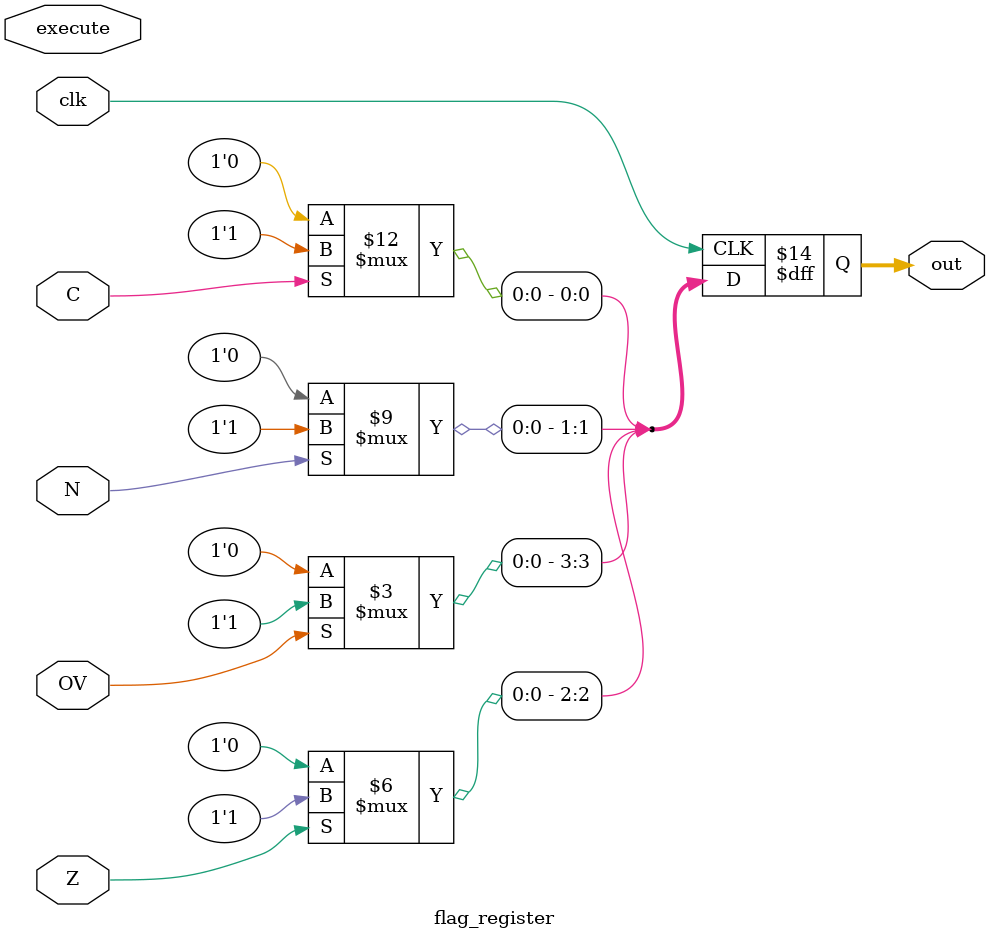
<source format=v>
module flag_register(

	input execute, C, N, Z, OV, clk,
	output reg [3:0] out
);	
	
	always @(posedge clk)
	begin
	
		if(C)
			begin
				out[0] = 1;
			end
		
		else
			begin
				out[0] = 0;
			end
		
		if(N)
			begin
				out[1] = 1;
			end
		
		else
			begin
				out[1] = 0;
			end
		
		if(Z)
			begin
				out[2] = 1;
			end
		
		else
			begin
				out[2] = 0;
			end
			
		if(OV)
			begin
				out[3] = 1;
			end
		
		else
			begin
				out[3] = 0;
			end
	end	
		
endmodule 
</source>
